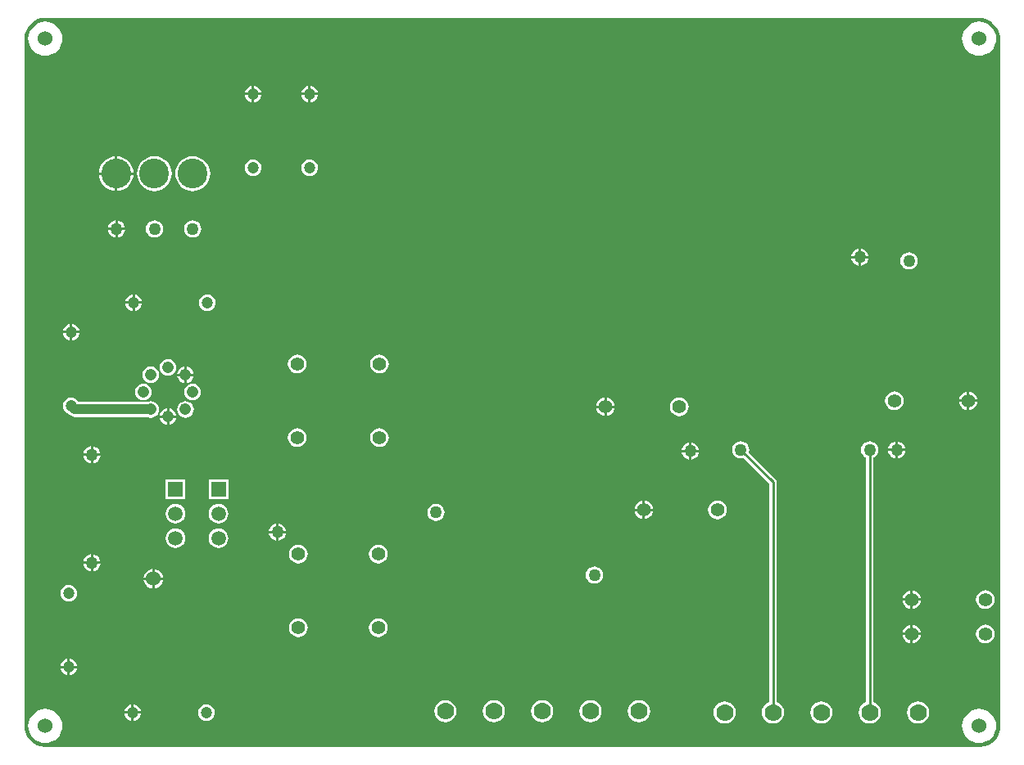
<source format=gbr>
%TF.GenerationSoftware,Altium Limited,Altium Designer,19.1.9 (167)*%
G04 Layer_Physical_Order=2*
G04 Layer_Color=16711680*
%FSLAX26Y26*%
%MOIN*%
%TF.FileFunction,Copper,L2,Bot,Signal*%
%TF.Part,Single*%
G01*
G75*
%TA.AperFunction,Conductor*%
%ADD10C,0.010000*%
%ADD22C,0.040000*%
%TA.AperFunction,ComponentPad*%
%ADD25C,0.121260*%
%ADD26C,0.055118*%
%TA.AperFunction,ViaPad*%
%ADD27C,0.060000*%
%TA.AperFunction,ComponentPad*%
%ADD28R,0.059055X0.059055*%
%ADD29C,0.059055*%
%ADD30C,0.047244*%
%ADD31C,0.070000*%
%ADD32C,0.047560*%
%TA.AperFunction,WasherPad*%
%ADD33C,0.060000*%
%TA.AperFunction,ViaPad*%
%ADD34C,0.050000*%
G36*
X3915892Y2983327D02*
X3931174Y2978691D01*
X3944759Y2971430D01*
X3947583Y2969255D01*
X3954127Y2963885D01*
X3965700Y2952262D01*
X3974710Y2940459D01*
X3979495Y2931506D01*
X3983489Y2918339D01*
X3984364Y2909456D01*
X3984706Y2904645D01*
X3984706Y2900000D01*
X3984706Y2899703D01*
Y95297D01*
X3984706Y95000D01*
X3984706Y90355D01*
X3984364Y85544D01*
X3983489Y76661D01*
X3979495Y63493D01*
X3973008Y51358D01*
X3964562Y41066D01*
X3964186Y40814D01*
X3963777Y40203D01*
X3951101Y29800D01*
X3936000Y21728D01*
X3919614Y16758D01*
X3907416Y15556D01*
X3902574Y15294D01*
X3897632Y15294D01*
X100000D01*
X99318Y15158D01*
X83435Y16723D01*
X67507Y21554D01*
X57224Y27051D01*
X47493Y34517D01*
X34516Y47494D01*
X27051Y57223D01*
X21554Y67507D01*
X16723Y83435D01*
X15572Y95115D01*
X15294Y100000D01*
X15294D01*
Y2900000D01*
X15169Y2900626D01*
X16673Y2915892D01*
X21308Y2931174D01*
X28570Y2944758D01*
X30623Y2947434D01*
X36025Y2954016D01*
X47492Y2965484D01*
X59457Y2974665D01*
X68493Y2979495D01*
X81661Y2983489D01*
X90544Y2984364D01*
X95355Y2984706D01*
X100000Y2984706D01*
X100297Y2984706D01*
X3900000D01*
X3900626Y2984831D01*
X3915892Y2983327D01*
D02*
G37*
%LPC*%
G36*
X3900000Y2969389D02*
X3886463Y2968056D01*
X3873446Y2964107D01*
X3861449Y2957695D01*
X3850934Y2949066D01*
X3842305Y2938551D01*
X3835893Y2926554D01*
X3831944Y2913537D01*
X3830611Y2900000D01*
X3831944Y2886463D01*
X3835893Y2873446D01*
X3842305Y2861449D01*
X3850934Y2850934D01*
X3861449Y2842305D01*
X3873446Y2835893D01*
X3886463Y2831944D01*
X3900000Y2830611D01*
X3913537Y2831944D01*
X3926554Y2835893D01*
X3938551Y2842305D01*
X3949066Y2850934D01*
X3957695Y2861449D01*
X3964107Y2873446D01*
X3968056Y2886463D01*
X3969389Y2900000D01*
X3968056Y2913537D01*
X3964107Y2926554D01*
X3957695Y2938551D01*
X3949066Y2949066D01*
X3938551Y2957695D01*
X3926554Y2964107D01*
X3913537Y2968056D01*
X3900000Y2969389D01*
D02*
G37*
G36*
X100000D02*
X86463Y2968056D01*
X73446Y2964107D01*
X61449Y2957695D01*
X50934Y2949066D01*
X42305Y2938551D01*
X35893Y2926554D01*
X31944Y2913537D01*
X30611Y2900000D01*
X31944Y2886463D01*
X35893Y2873446D01*
X42305Y2861449D01*
X50934Y2850934D01*
X61449Y2842305D01*
X73446Y2835893D01*
X86463Y2831944D01*
X100000Y2830611D01*
X113537Y2831944D01*
X126554Y2835893D01*
X138551Y2842305D01*
X149066Y2850934D01*
X157695Y2861449D01*
X164107Y2873446D01*
X168056Y2886463D01*
X169389Y2900000D01*
X168056Y2913537D01*
X164107Y2926554D01*
X157695Y2938551D01*
X149066Y2949066D01*
X138551Y2957695D01*
X126554Y2964107D01*
X113537Y2968056D01*
X100000Y2969389D01*
D02*
G37*
G36*
X1180000Y2708254D02*
Y2680000D01*
X1208254D01*
X1207757Y2683777D01*
X1204369Y2691956D01*
X1198979Y2698979D01*
X1191956Y2704369D01*
X1183777Y2707757D01*
X1180000Y2708254D01*
D02*
G37*
G36*
X950000D02*
Y2680000D01*
X978254D01*
X977757Y2683777D01*
X974369Y2691956D01*
X968980Y2698979D01*
X961956Y2704369D01*
X953777Y2707757D01*
X950000Y2708254D01*
D02*
G37*
G36*
X1170000D02*
X1166223Y2707757D01*
X1158044Y2704369D01*
X1151021Y2698979D01*
X1145631Y2691956D01*
X1142243Y2683777D01*
X1141746Y2680000D01*
X1170000D01*
Y2708254D01*
D02*
G37*
G36*
X940000D02*
X936223Y2707757D01*
X928044Y2704369D01*
X921020Y2698979D01*
X915631Y2691956D01*
X912243Y2683777D01*
X911746Y2680000D01*
X940000D01*
Y2708254D01*
D02*
G37*
G36*
X1208254Y2670000D02*
X1180000D01*
Y2641746D01*
X1183777Y2642243D01*
X1191956Y2645631D01*
X1198979Y2651021D01*
X1204369Y2658044D01*
X1207757Y2666223D01*
X1208254Y2670000D01*
D02*
G37*
G36*
X978254D02*
X950000D01*
Y2641746D01*
X953777Y2642243D01*
X961956Y2645631D01*
X968980Y2651021D01*
X974369Y2658044D01*
X977757Y2666223D01*
X978254Y2670000D01*
D02*
G37*
G36*
X1170000D02*
X1141746D01*
X1142243Y2666223D01*
X1145631Y2658044D01*
X1151021Y2651021D01*
X1158044Y2645631D01*
X1166223Y2642243D01*
X1170000Y2641746D01*
Y2670000D01*
D02*
G37*
G36*
X940000D02*
X911746D01*
X912243Y2666223D01*
X915631Y2658044D01*
X921020Y2651021D01*
X928044Y2645631D01*
X936223Y2642243D01*
X940000Y2641746D01*
Y2670000D01*
D02*
G37*
G36*
X393189Y2420479D02*
Y2355000D01*
X458668D01*
X457797Y2363846D01*
X453758Y2377160D01*
X447200Y2389430D01*
X438373Y2400184D01*
X427619Y2409011D01*
X415349Y2415569D01*
X402035Y2419608D01*
X393189Y2420479D01*
D02*
G37*
G36*
X383189D02*
X374343Y2419608D01*
X361029Y2415569D01*
X348759Y2409011D01*
X338005Y2400184D01*
X329178Y2389430D01*
X322620Y2377160D01*
X318581Y2363846D01*
X317710Y2355000D01*
X383189D01*
Y2420479D01*
D02*
G37*
G36*
X1175000Y2408912D02*
X1166223Y2407757D01*
X1158044Y2404369D01*
X1151021Y2398979D01*
X1145631Y2391956D01*
X1142243Y2383777D01*
X1141088Y2375000D01*
X1142243Y2366223D01*
X1145631Y2358044D01*
X1151021Y2351021D01*
X1158044Y2345631D01*
X1166223Y2342243D01*
X1175000Y2341088D01*
X1183777Y2342243D01*
X1191956Y2345631D01*
X1198979Y2351021D01*
X1204369Y2358044D01*
X1207757Y2366223D01*
X1208912Y2375000D01*
X1207757Y2383777D01*
X1204369Y2391956D01*
X1198979Y2398979D01*
X1191956Y2404369D01*
X1183777Y2407757D01*
X1175000Y2408912D01*
D02*
G37*
G36*
X945000D02*
X936223Y2407757D01*
X928044Y2404369D01*
X921020Y2398979D01*
X915631Y2391956D01*
X912243Y2383777D01*
X911088Y2375000D01*
X912243Y2366223D01*
X915631Y2358044D01*
X921020Y2351021D01*
X928044Y2345631D01*
X936223Y2342243D01*
X945000Y2341088D01*
X953777Y2342243D01*
X961956Y2345631D01*
X968980Y2351021D01*
X974369Y2358044D01*
X977757Y2366223D01*
X978912Y2375000D01*
X977757Y2383777D01*
X974369Y2391956D01*
X968980Y2398979D01*
X961956Y2404369D01*
X953777Y2407757D01*
X945000Y2408912D01*
D02*
G37*
G36*
X458668Y2345000D02*
X393189D01*
Y2279521D01*
X402035Y2280392D01*
X415349Y2284431D01*
X427619Y2290989D01*
X438373Y2299816D01*
X447200Y2310570D01*
X453758Y2322840D01*
X457797Y2336154D01*
X458668Y2345000D01*
D02*
G37*
G36*
X383189D02*
X317710D01*
X318581Y2336154D01*
X322620Y2322840D01*
X329178Y2310570D01*
X338005Y2299816D01*
X348759Y2290989D01*
X361029Y2284431D01*
X374343Y2280392D01*
X383189Y2279521D01*
Y2345000D01*
D02*
G37*
G36*
X700000Y2420972D02*
X686154Y2419608D01*
X672840Y2415569D01*
X660570Y2409011D01*
X649816Y2400184D01*
X640989Y2389430D01*
X634431Y2377160D01*
X630392Y2363846D01*
X629028Y2350000D01*
X630392Y2336154D01*
X634431Y2322840D01*
X640989Y2310570D01*
X649816Y2299816D01*
X660570Y2290989D01*
X672840Y2284431D01*
X686154Y2280392D01*
X700000Y2279028D01*
X713846Y2280392D01*
X727160Y2284431D01*
X739430Y2290989D01*
X750184Y2299816D01*
X759011Y2310570D01*
X765569Y2322840D01*
X769608Y2336154D01*
X770972Y2350000D01*
X769608Y2363846D01*
X765569Y2377160D01*
X759011Y2389430D01*
X750184Y2400184D01*
X739430Y2409011D01*
X727160Y2415569D01*
X713846Y2419608D01*
X700000Y2420972D01*
D02*
G37*
G36*
X544095D02*
X530249Y2419608D01*
X516935Y2415569D01*
X504665Y2409011D01*
X493910Y2400184D01*
X485084Y2389430D01*
X478525Y2377160D01*
X474487Y2363846D01*
X473123Y2350000D01*
X474487Y2336154D01*
X478525Y2322840D01*
X485084Y2310570D01*
X493910Y2299816D01*
X504665Y2290989D01*
X516935Y2284431D01*
X530249Y2280392D01*
X544095Y2279028D01*
X557940Y2280392D01*
X571254Y2284431D01*
X583524Y2290989D01*
X594279Y2299816D01*
X603105Y2310570D01*
X609664Y2322840D01*
X613702Y2336154D01*
X615066Y2350000D01*
X613702Y2363846D01*
X609664Y2377160D01*
X603105Y2389430D01*
X594279Y2400184D01*
X583524Y2409011D01*
X571254Y2415569D01*
X557940Y2419608D01*
X544095Y2420972D01*
D02*
G37*
G36*
X395000Y2159644D02*
Y2130000D01*
X424644D01*
X424099Y2134137D01*
X420572Y2142651D01*
X414962Y2149962D01*
X407651Y2155572D01*
X399137Y2159099D01*
X395000Y2159644D01*
D02*
G37*
G36*
X385000D02*
X380863Y2159099D01*
X372349Y2155572D01*
X365038Y2149962D01*
X359428Y2142651D01*
X355901Y2134137D01*
X355356Y2130000D01*
X385000D01*
Y2159644D01*
D02*
G37*
G36*
X424644Y2120000D02*
X395000D01*
Y2090356D01*
X399137Y2090901D01*
X407651Y2094428D01*
X414962Y2100038D01*
X420572Y2107349D01*
X424099Y2115863D01*
X424644Y2120000D01*
D02*
G37*
G36*
X385000D02*
X355356D01*
X355901Y2115863D01*
X359428Y2107349D01*
X365038Y2100038D01*
X372349Y2094428D01*
X380863Y2090901D01*
X385000Y2090356D01*
Y2120000D01*
D02*
G37*
G36*
X700000Y2160302D02*
X690863Y2159099D01*
X682349Y2155572D01*
X675038Y2149962D01*
X669428Y2142651D01*
X665901Y2134137D01*
X664698Y2125000D01*
X665901Y2115863D01*
X669428Y2107349D01*
X675038Y2100038D01*
X682349Y2094428D01*
X690863Y2090901D01*
X700000Y2089698D01*
X709137Y2090901D01*
X717651Y2094428D01*
X724962Y2100038D01*
X730572Y2107349D01*
X734099Y2115863D01*
X735302Y2125000D01*
X734099Y2134137D01*
X730572Y2142651D01*
X724962Y2149962D01*
X717651Y2155572D01*
X709137Y2159099D01*
X700000Y2160302D01*
D02*
G37*
G36*
X545000D02*
X535863Y2159099D01*
X527349Y2155572D01*
X520038Y2149962D01*
X514428Y2142651D01*
X510901Y2134137D01*
X509698Y2125000D01*
X510901Y2115863D01*
X514428Y2107349D01*
X520038Y2100038D01*
X527349Y2094428D01*
X535863Y2090901D01*
X545000Y2089698D01*
X554137Y2090901D01*
X562651Y2094428D01*
X569962Y2100038D01*
X575572Y2107349D01*
X579099Y2115863D01*
X580302Y2125000D01*
X579099Y2134137D01*
X575572Y2142651D01*
X569962Y2149962D01*
X562651Y2155572D01*
X554137Y2159099D01*
X545000Y2160302D01*
D02*
G37*
G36*
X3420000Y2044644D02*
Y2015000D01*
X3449644D01*
X3449099Y2019137D01*
X3445572Y2027651D01*
X3439962Y2034962D01*
X3432651Y2040572D01*
X3424137Y2044099D01*
X3420000Y2044644D01*
D02*
G37*
G36*
X3410000D02*
X3405863Y2044099D01*
X3397349Y2040572D01*
X3390038Y2034962D01*
X3384428Y2027651D01*
X3380901Y2019137D01*
X3380356Y2015000D01*
X3410000D01*
Y2044644D01*
D02*
G37*
G36*
X3449644Y2005000D02*
X3420000D01*
Y1975356D01*
X3424137Y1975901D01*
X3432651Y1979428D01*
X3439962Y1985038D01*
X3445572Y1992349D01*
X3449099Y2000863D01*
X3449644Y2005000D01*
D02*
G37*
G36*
X3410000D02*
X3380356D01*
X3380901Y2000863D01*
X3384428Y1992349D01*
X3390038Y1985038D01*
X3397349Y1979428D01*
X3405863Y1975901D01*
X3410000Y1975356D01*
Y2005000D01*
D02*
G37*
G36*
X3615000Y2030302D02*
X3605863Y2029099D01*
X3597349Y2025572D01*
X3590038Y2019962D01*
X3584428Y2012651D01*
X3580901Y2004137D01*
X3579698Y1995000D01*
X3580901Y1985863D01*
X3584428Y1977349D01*
X3590038Y1970038D01*
X3597349Y1964428D01*
X3605863Y1960901D01*
X3615000Y1959698D01*
X3624137Y1960901D01*
X3632651Y1964428D01*
X3639962Y1970038D01*
X3645572Y1977349D01*
X3649099Y1985863D01*
X3650302Y1995000D01*
X3649099Y2004137D01*
X3645572Y2012651D01*
X3639962Y2019962D01*
X3632651Y2025572D01*
X3624137Y2029099D01*
X3615000Y2030302D01*
D02*
G37*
G36*
X465000Y1858254D02*
Y1830000D01*
X493254D01*
X492757Y1833777D01*
X489369Y1841956D01*
X483979Y1848979D01*
X476956Y1854369D01*
X468777Y1857757D01*
X465000Y1858254D01*
D02*
G37*
G36*
X455000D02*
X451223Y1857757D01*
X443044Y1854369D01*
X436021Y1848979D01*
X430631Y1841956D01*
X427243Y1833777D01*
X426746Y1830000D01*
X455000D01*
Y1858254D01*
D02*
G37*
G36*
X493254Y1820000D02*
X465000D01*
Y1791746D01*
X468777Y1792243D01*
X476956Y1795631D01*
X483979Y1801021D01*
X489369Y1808044D01*
X492757Y1816223D01*
X493254Y1820000D01*
D02*
G37*
G36*
X455000D02*
X426746D01*
X427243Y1816223D01*
X430631Y1808044D01*
X436021Y1801021D01*
X443044Y1795631D01*
X451223Y1792243D01*
X455000Y1791746D01*
Y1820000D01*
D02*
G37*
G36*
X760000Y1858912D02*
X751223Y1857757D01*
X743044Y1854369D01*
X736020Y1848979D01*
X730631Y1841956D01*
X727243Y1833777D01*
X726088Y1825000D01*
X727243Y1816223D01*
X730631Y1808044D01*
X736020Y1801021D01*
X743044Y1795631D01*
X751223Y1792243D01*
X760000Y1791088D01*
X768777Y1792243D01*
X776956Y1795631D01*
X783980Y1801021D01*
X789369Y1808044D01*
X792757Y1816223D01*
X793912Y1825000D01*
X792757Y1833777D01*
X789369Y1841956D01*
X783980Y1848979D01*
X776956Y1854369D01*
X768777Y1857757D01*
X760000Y1858912D01*
D02*
G37*
G36*
X210000Y1738254D02*
Y1710000D01*
X238254D01*
X237757Y1713777D01*
X234369Y1721956D01*
X228980Y1728979D01*
X221956Y1734369D01*
X213777Y1737757D01*
X210000Y1738254D01*
D02*
G37*
G36*
X200000D02*
X196223Y1737757D01*
X188044Y1734369D01*
X181020Y1728979D01*
X175631Y1721956D01*
X172243Y1713777D01*
X171746Y1710000D01*
X200000D01*
Y1738254D01*
D02*
G37*
G36*
X238254Y1700000D02*
X210000D01*
Y1671746D01*
X213777Y1672243D01*
X221956Y1675631D01*
X228980Y1681021D01*
X234369Y1688044D01*
X237757Y1696223D01*
X238254Y1700000D01*
D02*
G37*
G36*
X200000D02*
X171746D01*
X172243Y1696223D01*
X175631Y1688044D01*
X181020Y1681021D01*
X188044Y1675631D01*
X196223Y1672243D01*
X200000Y1671746D01*
Y1700000D01*
D02*
G37*
G36*
X1460000Y1612883D02*
X1450195Y1611592D01*
X1441058Y1607808D01*
X1433213Y1601787D01*
X1427192Y1593942D01*
X1423408Y1584805D01*
X1422117Y1575000D01*
X1423408Y1565195D01*
X1427192Y1556058D01*
X1433213Y1548213D01*
X1441058Y1542192D01*
X1450195Y1538408D01*
X1460000Y1537117D01*
X1469805Y1538408D01*
X1478942Y1542192D01*
X1486787Y1548213D01*
X1492808Y1556058D01*
X1496592Y1565195D01*
X1497883Y1575000D01*
X1496592Y1584805D01*
X1492808Y1593942D01*
X1486787Y1601787D01*
X1478942Y1607808D01*
X1469805Y1611592D01*
X1460000Y1612883D01*
D02*
G37*
G36*
X1125000D02*
X1115195Y1611592D01*
X1106058Y1607808D01*
X1098213Y1601787D01*
X1092192Y1593942D01*
X1088408Y1584805D01*
X1087117Y1575000D01*
X1088408Y1565195D01*
X1092192Y1556058D01*
X1098213Y1548213D01*
X1106058Y1542192D01*
X1115195Y1538408D01*
X1125000Y1537117D01*
X1134805Y1538408D01*
X1143942Y1542192D01*
X1151787Y1548213D01*
X1157808Y1556058D01*
X1161592Y1565195D01*
X1162883Y1575000D01*
X1161592Y1584805D01*
X1157808Y1593942D01*
X1151787Y1601787D01*
X1143942Y1607808D01*
X1134805Y1611592D01*
X1125000Y1612883D01*
D02*
G37*
G36*
X675710Y1564123D02*
Y1535710D01*
X704123D01*
X703620Y1539528D01*
X700217Y1547746D01*
X694802Y1554802D01*
X687746Y1560217D01*
X679528Y1563620D01*
X675710Y1564123D01*
D02*
G37*
G36*
X665710D02*
X661892Y1563620D01*
X653674Y1560217D01*
X646618Y1554802D01*
X641203Y1547746D01*
X637799Y1539528D01*
X637297Y1535710D01*
X665710D01*
Y1564123D01*
D02*
G37*
G36*
X600000Y1594072D02*
X591182Y1592910D01*
X582964Y1589507D01*
X575908Y1584092D01*
X570493Y1577036D01*
X567090Y1568818D01*
X565928Y1560000D01*
X567090Y1551182D01*
X570493Y1542964D01*
X575908Y1535908D01*
X582964Y1530493D01*
X591182Y1527090D01*
X600000Y1525928D01*
X608818Y1527090D01*
X617036Y1530493D01*
X624092Y1535908D01*
X629507Y1542964D01*
X632910Y1551182D01*
X634072Y1560000D01*
X632910Y1568818D01*
X629507Y1577036D01*
X624092Y1584092D01*
X617036Y1589507D01*
X608818Y1592910D01*
X600000Y1594072D01*
D02*
G37*
G36*
X704123Y1525710D02*
X675710D01*
Y1497297D01*
X679528Y1497800D01*
X687746Y1501203D01*
X694802Y1506618D01*
X700217Y1513674D01*
X703620Y1521892D01*
X704123Y1525710D01*
D02*
G37*
G36*
X665710D02*
X637297D01*
X637799Y1521892D01*
X641203Y1513674D01*
X646618Y1506618D01*
X653674Y1501203D01*
X661892Y1497800D01*
X665710Y1497297D01*
Y1525710D01*
D02*
G37*
G36*
X529290Y1564782D02*
X520472Y1563620D01*
X512254Y1560217D01*
X505198Y1554802D01*
X499783Y1547746D01*
X496380Y1539528D01*
X495219Y1530710D01*
X496380Y1521892D01*
X499783Y1513674D01*
X505198Y1506618D01*
X512254Y1501203D01*
X520472Y1497800D01*
X529290Y1496639D01*
X538108Y1497800D01*
X546326Y1501203D01*
X553382Y1506618D01*
X558797Y1513674D01*
X562201Y1521892D01*
X563361Y1530710D01*
X562201Y1539528D01*
X558797Y1547746D01*
X553382Y1554802D01*
X546326Y1560217D01*
X538108Y1563620D01*
X529290Y1564782D01*
D02*
G37*
G36*
X3860000Y1462225D02*
Y1430000D01*
X3892225D01*
X3891592Y1434805D01*
X3887808Y1443942D01*
X3881787Y1451787D01*
X3873942Y1457808D01*
X3864805Y1461592D01*
X3860000Y1462225D01*
D02*
G37*
G36*
X3850000D02*
X3845195Y1461592D01*
X3836058Y1457808D01*
X3828213Y1451787D01*
X3822192Y1443942D01*
X3818408Y1434805D01*
X3817775Y1430000D01*
X3850000D01*
Y1462225D01*
D02*
G37*
G36*
X700000Y1494072D02*
X691182Y1492910D01*
X682964Y1489507D01*
X675908Y1484092D01*
X670493Y1477036D01*
X667090Y1468818D01*
X665928Y1460000D01*
X667090Y1451182D01*
X670493Y1442964D01*
X675908Y1435908D01*
X682964Y1430493D01*
X691182Y1427090D01*
X700000Y1425928D01*
X708818Y1427090D01*
X717036Y1430493D01*
X724092Y1435908D01*
X729507Y1442964D01*
X732910Y1451182D01*
X734072Y1460000D01*
X732910Y1468818D01*
X729507Y1477036D01*
X724092Y1484092D01*
X717036Y1489507D01*
X708818Y1492910D01*
X700000Y1494072D01*
D02*
G37*
G36*
X500000D02*
X491182Y1492910D01*
X482964Y1489507D01*
X475908Y1484092D01*
X470493Y1477036D01*
X467089Y1468818D01*
X465928Y1460000D01*
X467089Y1451182D01*
X470493Y1442964D01*
X475908Y1435908D01*
X482964Y1430493D01*
X491182Y1427090D01*
X500000Y1425928D01*
X508818Y1427090D01*
X517036Y1430493D01*
X524092Y1435908D01*
X529507Y1442964D01*
X532910Y1451182D01*
X534072Y1460000D01*
X532910Y1468818D01*
X529507Y1477036D01*
X524092Y1484092D01*
X517036Y1489507D01*
X508818Y1492910D01*
X500000Y1494072D01*
D02*
G37*
G36*
X2385000Y1437225D02*
Y1405000D01*
X2417225D01*
X2416592Y1409805D01*
X2412808Y1418942D01*
X2406787Y1426787D01*
X2398942Y1432808D01*
X2389805Y1436592D01*
X2385000Y1437225D01*
D02*
G37*
G36*
X2375000D02*
X2370195Y1436592D01*
X2361058Y1432808D01*
X2353213Y1426787D01*
X2347192Y1418942D01*
X2343408Y1409805D01*
X2342775Y1405000D01*
X2375000D01*
Y1437225D01*
D02*
G37*
G36*
X3892225Y1420000D02*
X3860000D01*
Y1387775D01*
X3864805Y1388408D01*
X3873942Y1392192D01*
X3881787Y1398213D01*
X3887808Y1406058D01*
X3891592Y1415195D01*
X3892225Y1420000D01*
D02*
G37*
G36*
X3850000D02*
X3817775D01*
X3818408Y1415195D01*
X3822192Y1406058D01*
X3828213Y1398213D01*
X3836058Y1392192D01*
X3845195Y1388408D01*
X3850000Y1387775D01*
Y1420000D01*
D02*
G37*
G36*
X3555000Y1462883D02*
X3545195Y1461592D01*
X3536058Y1457808D01*
X3528213Y1451787D01*
X3522192Y1443942D01*
X3518408Y1434805D01*
X3517117Y1425000D01*
X3518408Y1415195D01*
X3522192Y1406058D01*
X3528213Y1398213D01*
X3536058Y1392192D01*
X3545195Y1388408D01*
X3555000Y1387117D01*
X3564805Y1388408D01*
X3573942Y1392192D01*
X3581787Y1398213D01*
X3587808Y1406058D01*
X3591592Y1415195D01*
X3592883Y1425000D01*
X3591592Y1434805D01*
X3587808Y1443942D01*
X3581787Y1451787D01*
X3573942Y1457808D01*
X3564805Y1461592D01*
X3555000Y1462883D01*
D02*
G37*
G36*
X605000Y1393413D02*
Y1365000D01*
X633413D01*
X632910Y1368818D01*
X629507Y1377036D01*
X624092Y1384092D01*
X617036Y1389507D01*
X608818Y1392910D01*
X605000Y1393413D01*
D02*
G37*
G36*
X595000D02*
X591182Y1392910D01*
X582964Y1389507D01*
X575908Y1384092D01*
X570493Y1377036D01*
X567090Y1368818D01*
X566587Y1365000D01*
X595000D01*
Y1393413D01*
D02*
G37*
G36*
X2417225Y1395000D02*
X2385000D01*
Y1362775D01*
X2389805Y1363408D01*
X2398942Y1367192D01*
X2406787Y1373213D01*
X2412808Y1381058D01*
X2416592Y1390195D01*
X2417225Y1395000D01*
D02*
G37*
G36*
X2375000D02*
X2342775D01*
X2343408Y1390195D01*
X2347192Y1381058D01*
X2353213Y1373213D01*
X2361058Y1367192D01*
X2370195Y1363408D01*
X2375000Y1362775D01*
Y1395000D01*
D02*
G37*
G36*
X2680000Y1437883D02*
X2670195Y1436592D01*
X2661058Y1432808D01*
X2653213Y1426787D01*
X2647192Y1418942D01*
X2643408Y1409805D01*
X2642117Y1400000D01*
X2643408Y1390195D01*
X2647192Y1381058D01*
X2653213Y1373213D01*
X2661058Y1367192D01*
X2670195Y1363408D01*
X2680000Y1362117D01*
X2689805Y1363408D01*
X2698942Y1367192D01*
X2706787Y1373213D01*
X2712808Y1381058D01*
X2716592Y1390195D01*
X2717883Y1400000D01*
X2716592Y1409805D01*
X2712808Y1418942D01*
X2706787Y1426787D01*
X2698942Y1432808D01*
X2689805Y1436592D01*
X2680000Y1437883D01*
D02*
G37*
G36*
X670710Y1423361D02*
X661892Y1422200D01*
X653674Y1418797D01*
X646618Y1413382D01*
X641203Y1406326D01*
X637799Y1398108D01*
X636639Y1389290D01*
X637799Y1380472D01*
X641203Y1372254D01*
X646618Y1365198D01*
X653674Y1359783D01*
X661892Y1356380D01*
X670710Y1355218D01*
X679528Y1356380D01*
X687746Y1359783D01*
X694802Y1365198D01*
X700217Y1372254D01*
X703620Y1380472D01*
X704782Y1389290D01*
X703620Y1398108D01*
X700217Y1406326D01*
X694802Y1413382D01*
X687746Y1418797D01*
X679528Y1422200D01*
X670710Y1423361D01*
D02*
G37*
G36*
X205000Y1438912D02*
X196223Y1437757D01*
X188044Y1434369D01*
X181020Y1428979D01*
X175631Y1421956D01*
X172243Y1413777D01*
X171088Y1405000D01*
X172243Y1396223D01*
X175631Y1388044D01*
X181020Y1381021D01*
X188044Y1375631D01*
X194074Y1373134D01*
X199314Y1367894D01*
X205581Y1363085D01*
X212878Y1360062D01*
X220710Y1359031D01*
X514070D01*
X520472Y1356380D01*
X529290Y1355218D01*
X538108Y1356380D01*
X546326Y1359783D01*
X553382Y1365198D01*
X558797Y1372254D01*
X562201Y1380472D01*
X563361Y1389290D01*
X562201Y1398108D01*
X558797Y1406326D01*
X553382Y1413382D01*
X546326Y1418797D01*
X538108Y1422200D01*
X529290Y1423361D01*
X520472Y1422200D01*
X514070Y1419549D01*
X235366D01*
X234369Y1421956D01*
X228980Y1428979D01*
X221956Y1434369D01*
X213777Y1437757D01*
X205000Y1438912D01*
D02*
G37*
G36*
X633413Y1355000D02*
X605000D01*
Y1326587D01*
X608818Y1327090D01*
X617036Y1330493D01*
X624092Y1335908D01*
X629507Y1342964D01*
X632910Y1351182D01*
X633413Y1355000D01*
D02*
G37*
G36*
X595000D02*
X566587D01*
X567090Y1351182D01*
X570493Y1342964D01*
X575908Y1335908D01*
X582964Y1330493D01*
X591182Y1327090D01*
X595000Y1326587D01*
Y1355000D01*
D02*
G37*
G36*
X1460000Y1312883D02*
X1450195Y1311592D01*
X1441058Y1307808D01*
X1433213Y1301787D01*
X1427192Y1293942D01*
X1423408Y1284805D01*
X1422117Y1275000D01*
X1423408Y1265195D01*
X1427192Y1256058D01*
X1433213Y1248213D01*
X1441058Y1242192D01*
X1450195Y1238408D01*
X1460000Y1237117D01*
X1469805Y1238408D01*
X1478942Y1242192D01*
X1486787Y1248213D01*
X1492808Y1256058D01*
X1496592Y1265195D01*
X1497883Y1275000D01*
X1496592Y1284805D01*
X1492808Y1293942D01*
X1486787Y1301787D01*
X1478942Y1307808D01*
X1469805Y1311592D01*
X1460000Y1312883D01*
D02*
G37*
G36*
X1125000D02*
X1115195Y1311592D01*
X1106058Y1307808D01*
X1098213Y1301787D01*
X1092192Y1293942D01*
X1088408Y1284805D01*
X1087117Y1275000D01*
X1088408Y1265195D01*
X1092192Y1256058D01*
X1098213Y1248213D01*
X1106058Y1242192D01*
X1115195Y1238408D01*
X1125000Y1237117D01*
X1134805Y1238408D01*
X1143942Y1242192D01*
X1151787Y1248213D01*
X1157808Y1256058D01*
X1161592Y1265195D01*
X1162883Y1275000D01*
X1161592Y1284805D01*
X1157808Y1293942D01*
X1151787Y1301787D01*
X1143942Y1307808D01*
X1134805Y1311592D01*
X1125000Y1312883D01*
D02*
G37*
G36*
X3570000Y1259644D02*
Y1230000D01*
X3599644D01*
X3599099Y1234137D01*
X3595572Y1242651D01*
X3589962Y1249962D01*
X3582651Y1255572D01*
X3574137Y1259099D01*
X3570000Y1259644D01*
D02*
G37*
G36*
X3560000D02*
X3555863Y1259099D01*
X3547349Y1255572D01*
X3540038Y1249962D01*
X3534428Y1242651D01*
X3530901Y1234137D01*
X3530356Y1230000D01*
X3560000D01*
Y1259644D01*
D02*
G37*
G36*
X2730000Y1254644D02*
Y1225000D01*
X2759644D01*
X2759099Y1229137D01*
X2755572Y1237651D01*
X2749962Y1244962D01*
X2742651Y1250572D01*
X2734137Y1254099D01*
X2730000Y1254644D01*
D02*
G37*
G36*
X2720000D02*
X2715863Y1254099D01*
X2707349Y1250572D01*
X2700038Y1244962D01*
X2694428Y1237651D01*
X2690901Y1229137D01*
X2690356Y1225000D01*
X2720000D01*
Y1254644D01*
D02*
G37*
G36*
X295000Y1239644D02*
Y1210000D01*
X324644D01*
X324099Y1214137D01*
X320572Y1222651D01*
X314962Y1229962D01*
X307651Y1235572D01*
X299137Y1239099D01*
X295000Y1239644D01*
D02*
G37*
G36*
X285000D02*
X280863Y1239099D01*
X272349Y1235572D01*
X265038Y1229962D01*
X259428Y1222651D01*
X255901Y1214137D01*
X255356Y1210000D01*
X285000D01*
Y1239644D01*
D02*
G37*
G36*
X3599644Y1220000D02*
X3570000D01*
Y1190356D01*
X3574137Y1190901D01*
X3582651Y1194428D01*
X3589962Y1200038D01*
X3595572Y1207349D01*
X3599099Y1215863D01*
X3599644Y1220000D01*
D02*
G37*
G36*
X3560000D02*
X3530356D01*
X3530901Y1215863D01*
X3534428Y1207349D01*
X3540038Y1200038D01*
X3547349Y1194428D01*
X3555863Y1190901D01*
X3560000Y1190356D01*
Y1220000D01*
D02*
G37*
G36*
X2759644Y1215000D02*
X2730000D01*
Y1185356D01*
X2734137Y1185901D01*
X2742651Y1189428D01*
X2749962Y1195038D01*
X2755572Y1202349D01*
X2759099Y1210863D01*
X2759644Y1215000D01*
D02*
G37*
G36*
X2720000D02*
X2690356D01*
X2690901Y1210863D01*
X2694428Y1202349D01*
X2700038Y1195038D01*
X2707349Y1189428D01*
X2715863Y1185901D01*
X2720000Y1185356D01*
Y1215000D01*
D02*
G37*
G36*
X324644Y1200000D02*
X295000D01*
Y1170356D01*
X299137Y1170901D01*
X307651Y1174428D01*
X314962Y1180038D01*
X320572Y1187349D01*
X324099Y1195863D01*
X324644Y1200000D01*
D02*
G37*
G36*
X285000D02*
X255356D01*
X255901Y1195863D01*
X259428Y1187349D01*
X265038Y1180038D01*
X272349Y1174428D01*
X280863Y1170901D01*
X285000Y1170356D01*
Y1200000D01*
D02*
G37*
G36*
X844528Y1104527D02*
X765472D01*
Y1025473D01*
X844528D01*
Y1104527D01*
D02*
G37*
G36*
X669528D02*
X590472D01*
Y1025473D01*
X669528D01*
Y1104527D01*
D02*
G37*
G36*
X2540000Y1017225D02*
Y985000D01*
X2572225D01*
X2571592Y989805D01*
X2567808Y998942D01*
X2561787Y1006787D01*
X2553942Y1012808D01*
X2544805Y1016592D01*
X2540000Y1017225D01*
D02*
G37*
G36*
X2530000D02*
X2525195Y1016592D01*
X2516058Y1012808D01*
X2508213Y1006787D01*
X2502192Y998942D01*
X2498408Y989805D01*
X2497775Y985000D01*
X2530000D01*
Y1017225D01*
D02*
G37*
G36*
X2572225Y975000D02*
X2540000D01*
Y942775D01*
X2544805Y943408D01*
X2553942Y947192D01*
X2561787Y953213D01*
X2567808Y961058D01*
X2571592Y970195D01*
X2572225Y975000D01*
D02*
G37*
G36*
X2530000D02*
X2497775D01*
X2498408Y970195D01*
X2502192Y961058D01*
X2508213Y953213D01*
X2516058Y947192D01*
X2525195Y943408D01*
X2530000Y942775D01*
Y975000D01*
D02*
G37*
G36*
X2835000Y1017883D02*
X2825195Y1016592D01*
X2816058Y1012808D01*
X2808213Y1006787D01*
X2802192Y998942D01*
X2798408Y989805D01*
X2797117Y980000D01*
X2798408Y970195D01*
X2802192Y961058D01*
X2808213Y953213D01*
X2816058Y947192D01*
X2825195Y943408D01*
X2835000Y942117D01*
X2844805Y943408D01*
X2853942Y947192D01*
X2861787Y953213D01*
X2867808Y961058D01*
X2871592Y970195D01*
X2872883Y980000D01*
X2871592Y989805D01*
X2867808Y998942D01*
X2861787Y1006787D01*
X2853942Y1012808D01*
X2844805Y1016592D01*
X2835000Y1017883D01*
D02*
G37*
G36*
X1690000Y1005302D02*
X1680863Y1004099D01*
X1672349Y1000572D01*
X1665038Y994962D01*
X1659428Y987651D01*
X1655901Y979137D01*
X1654698Y970000D01*
X1655901Y960863D01*
X1659428Y952349D01*
X1665038Y945038D01*
X1672349Y939428D01*
X1680863Y935901D01*
X1690000Y934698D01*
X1699137Y935901D01*
X1707651Y939428D01*
X1714962Y945038D01*
X1720572Y952349D01*
X1724099Y960863D01*
X1725302Y970000D01*
X1724099Y979137D01*
X1720572Y987651D01*
X1714962Y994962D01*
X1707651Y1000572D01*
X1699137Y1004099D01*
X1690000Y1005302D01*
D02*
G37*
G36*
X805000Y1004869D02*
X794681Y1003510D01*
X785066Y999527D01*
X776809Y993191D01*
X770473Y984934D01*
X766490Y975319D01*
X765131Y965000D01*
X766490Y954681D01*
X770473Y945066D01*
X776809Y936809D01*
X785066Y930473D01*
X794681Y926490D01*
X805000Y925131D01*
X815319Y926490D01*
X824934Y930473D01*
X833191Y936809D01*
X839527Y945066D01*
X843510Y954681D01*
X844869Y965000D01*
X843510Y975319D01*
X839527Y984934D01*
X833191Y993191D01*
X824934Y999527D01*
X815319Y1003510D01*
X805000Y1004869D01*
D02*
G37*
G36*
X630000D02*
X619681Y1003510D01*
X610066Y999527D01*
X601809Y993191D01*
X595473Y984934D01*
X591490Y975319D01*
X590131Y965000D01*
X591490Y954681D01*
X595473Y945066D01*
X601809Y936809D01*
X610066Y930473D01*
X619681Y926490D01*
X630000Y925131D01*
X640319Y926490D01*
X649934Y930473D01*
X658191Y936809D01*
X664527Y945066D01*
X668510Y954681D01*
X669869Y965000D01*
X668510Y975319D01*
X664527Y984934D01*
X658191Y993191D01*
X649934Y999527D01*
X640319Y1003510D01*
X630000Y1004869D01*
D02*
G37*
G36*
X1050000Y924644D02*
Y895000D01*
X1079644D01*
X1079099Y899137D01*
X1075572Y907651D01*
X1069962Y914962D01*
X1062651Y920572D01*
X1054137Y924099D01*
X1050000Y924644D01*
D02*
G37*
G36*
X1040000D02*
X1035863Y924099D01*
X1027349Y920572D01*
X1020038Y914962D01*
X1014428Y907651D01*
X1010901Y899137D01*
X1010356Y895000D01*
X1040000D01*
Y924644D01*
D02*
G37*
G36*
X1079644Y885000D02*
X1050000D01*
Y855356D01*
X1054137Y855901D01*
X1062651Y859428D01*
X1069962Y865038D01*
X1075572Y872349D01*
X1079099Y880863D01*
X1079644Y885000D01*
D02*
G37*
G36*
X1040000D02*
X1010356D01*
X1010901Y880863D01*
X1014428Y872349D01*
X1020038Y865038D01*
X1027349Y859428D01*
X1035863Y855901D01*
X1040000Y855356D01*
Y885000D01*
D02*
G37*
G36*
X805000Y904869D02*
X794681Y903510D01*
X785066Y899527D01*
X776809Y893191D01*
X770473Y884934D01*
X766490Y875319D01*
X765131Y865000D01*
X766490Y854681D01*
X770473Y845066D01*
X776809Y836809D01*
X785066Y830473D01*
X794681Y826490D01*
X805000Y825131D01*
X815319Y826490D01*
X824934Y830473D01*
X833191Y836809D01*
X839527Y845066D01*
X843510Y854681D01*
X844869Y865000D01*
X843510Y875319D01*
X839527Y884934D01*
X833191Y893191D01*
X824934Y899527D01*
X815319Y903510D01*
X805000Y904869D01*
D02*
G37*
G36*
X630000D02*
X619681Y903510D01*
X610066Y899527D01*
X601809Y893191D01*
X595473Y884934D01*
X591490Y875319D01*
X590131Y865000D01*
X591490Y854681D01*
X595473Y845066D01*
X601809Y836809D01*
X610066Y830473D01*
X619681Y826490D01*
X630000Y825131D01*
X640319Y826490D01*
X649934Y830473D01*
X658191Y836809D01*
X664527Y845066D01*
X668510Y854681D01*
X669869Y865000D01*
X668510Y875319D01*
X664527Y884934D01*
X658191Y893191D01*
X649934Y899527D01*
X640319Y903510D01*
X630000Y904869D01*
D02*
G37*
G36*
X295000Y799644D02*
Y770000D01*
X324644D01*
X324099Y774137D01*
X320572Y782651D01*
X314962Y789962D01*
X307651Y795572D01*
X299137Y799099D01*
X295000Y799644D01*
D02*
G37*
G36*
X285000D02*
X280863Y799099D01*
X272349Y795572D01*
X265038Y789962D01*
X259428Y782651D01*
X255901Y774137D01*
X255356Y770000D01*
X285000D01*
Y799644D01*
D02*
G37*
G36*
X1455000Y837883D02*
X1445195Y836592D01*
X1436058Y832808D01*
X1428213Y826787D01*
X1422192Y818942D01*
X1418408Y809805D01*
X1417117Y800000D01*
X1418408Y790195D01*
X1422192Y781058D01*
X1428213Y773213D01*
X1436058Y767192D01*
X1445195Y763408D01*
X1455000Y762117D01*
X1464805Y763408D01*
X1473942Y767192D01*
X1481787Y773213D01*
X1487808Y781058D01*
X1491592Y790195D01*
X1492883Y800000D01*
X1491592Y809805D01*
X1487808Y818942D01*
X1481787Y826787D01*
X1473942Y832808D01*
X1464805Y836592D01*
X1455000Y837883D01*
D02*
G37*
G36*
X1130000D02*
X1120195Y836592D01*
X1111058Y832808D01*
X1103213Y826787D01*
X1097192Y818942D01*
X1093408Y809805D01*
X1092117Y800000D01*
X1093408Y790195D01*
X1097192Y781058D01*
X1103213Y773213D01*
X1111058Y767192D01*
X1120195Y763408D01*
X1130000Y762117D01*
X1139805Y763408D01*
X1148942Y767192D01*
X1156787Y773213D01*
X1162808Y781058D01*
X1166592Y790195D01*
X1167883Y800000D01*
X1166592Y809805D01*
X1162808Y818942D01*
X1156787Y826787D01*
X1148942Y832808D01*
X1139805Y836592D01*
X1130000Y837883D01*
D02*
G37*
G36*
X324644Y760000D02*
X295000D01*
Y730356D01*
X299137Y730901D01*
X307651Y734428D01*
X314962Y740038D01*
X320572Y747349D01*
X324099Y755863D01*
X324644Y760000D01*
D02*
G37*
G36*
X285000D02*
X255356D01*
X255901Y755863D01*
X259428Y747349D01*
X265038Y740038D01*
X272349Y734428D01*
X280863Y730901D01*
X285000Y730356D01*
Y760000D01*
D02*
G37*
G36*
X545000Y739687D02*
Y705000D01*
X579687D01*
X578971Y710442D01*
X574940Y720173D01*
X568528Y728528D01*
X560173Y734940D01*
X550442Y738971D01*
X545000Y739687D01*
D02*
G37*
G36*
X535000D02*
X529558Y738971D01*
X519827Y734940D01*
X511472Y728528D01*
X505060Y720173D01*
X501029Y710442D01*
X500313Y705000D01*
X535000D01*
Y739687D01*
D02*
G37*
G36*
X2335000Y750302D02*
X2325863Y749099D01*
X2317349Y745572D01*
X2310038Y739962D01*
X2304428Y732651D01*
X2300901Y724137D01*
X2299698Y715000D01*
X2300901Y705863D01*
X2304428Y697349D01*
X2310038Y690038D01*
X2317349Y684428D01*
X2325863Y680901D01*
X2335000Y679698D01*
X2344137Y680901D01*
X2352651Y684428D01*
X2359962Y690038D01*
X2365572Y697349D01*
X2369099Y705863D01*
X2370302Y715000D01*
X2369099Y724137D01*
X2365572Y732651D01*
X2359962Y739962D01*
X2352651Y745572D01*
X2344137Y749099D01*
X2335000Y750302D01*
D02*
G37*
G36*
X579687Y695000D02*
X545000D01*
Y660313D01*
X550442Y661029D01*
X560173Y665060D01*
X568528Y671472D01*
X574940Y679827D01*
X578971Y689558D01*
X579687Y695000D01*
D02*
G37*
G36*
X535000D02*
X500313D01*
X501029Y689558D01*
X505060Y679827D01*
X511472Y671472D01*
X519827Y665060D01*
X529558Y661029D01*
X535000Y660313D01*
Y695000D01*
D02*
G37*
G36*
X3630000Y652225D02*
Y620000D01*
X3662225D01*
X3661592Y624805D01*
X3657808Y633942D01*
X3651787Y641787D01*
X3643942Y647808D01*
X3634805Y651592D01*
X3630000Y652225D01*
D02*
G37*
G36*
X3620000D02*
X3615195Y651592D01*
X3606058Y647808D01*
X3598213Y641787D01*
X3592192Y633942D01*
X3588408Y624805D01*
X3587775Y620000D01*
X3620000D01*
Y652225D01*
D02*
G37*
G36*
X195000Y673912D02*
X186223Y672757D01*
X178044Y669369D01*
X171020Y663980D01*
X165631Y656956D01*
X162243Y648777D01*
X161088Y640000D01*
X162243Y631223D01*
X165631Y623044D01*
X171020Y616020D01*
X178044Y610631D01*
X186223Y607243D01*
X195000Y606088D01*
X203777Y607243D01*
X211956Y610631D01*
X218980Y616020D01*
X224369Y623044D01*
X227757Y631223D01*
X228912Y640000D01*
X227757Y648777D01*
X224369Y656956D01*
X218980Y663980D01*
X211956Y669369D01*
X203777Y672757D01*
X195000Y673912D01*
D02*
G37*
G36*
X3662225Y610000D02*
X3630000D01*
Y577775D01*
X3634805Y578408D01*
X3643942Y582192D01*
X3651787Y588213D01*
X3657808Y596058D01*
X3661592Y605195D01*
X3662225Y610000D01*
D02*
G37*
G36*
X3620000D02*
X3587775D01*
X3588408Y605195D01*
X3592192Y596058D01*
X3598213Y588213D01*
X3606058Y582192D01*
X3615195Y578408D01*
X3620000Y577775D01*
Y610000D01*
D02*
G37*
G36*
X3925000Y652883D02*
X3915195Y651592D01*
X3906058Y647808D01*
X3898213Y641787D01*
X3892192Y633942D01*
X3888408Y624805D01*
X3887117Y615000D01*
X3888408Y605195D01*
X3892192Y596058D01*
X3898213Y588213D01*
X3906058Y582192D01*
X3915195Y578408D01*
X3925000Y577117D01*
X3934805Y578408D01*
X3943942Y582192D01*
X3951787Y588213D01*
X3957808Y596058D01*
X3961592Y605195D01*
X3962883Y615000D01*
X3961592Y624805D01*
X3957808Y633942D01*
X3951787Y641787D01*
X3943942Y647808D01*
X3934805Y651592D01*
X3925000Y652883D01*
D02*
G37*
G36*
X3630000Y512225D02*
Y480000D01*
X3662225D01*
X3661592Y484805D01*
X3657808Y493942D01*
X3651787Y501787D01*
X3643942Y507808D01*
X3634805Y511592D01*
X3630000Y512225D01*
D02*
G37*
G36*
X3620000D02*
X3615195Y511592D01*
X3606058Y507808D01*
X3598213Y501787D01*
X3592192Y493942D01*
X3588408Y484805D01*
X3587775Y480000D01*
X3620000D01*
Y512225D01*
D02*
G37*
G36*
X1455000Y537883D02*
X1445195Y536592D01*
X1436058Y532808D01*
X1428213Y526787D01*
X1422192Y518942D01*
X1418408Y509805D01*
X1417117Y500000D01*
X1418408Y490195D01*
X1422192Y481058D01*
X1428213Y473213D01*
X1436058Y467192D01*
X1445195Y463408D01*
X1455000Y462117D01*
X1464805Y463408D01*
X1473942Y467192D01*
X1481787Y473213D01*
X1487808Y481058D01*
X1491592Y490195D01*
X1492883Y500000D01*
X1491592Y509805D01*
X1487808Y518942D01*
X1481787Y526787D01*
X1473942Y532808D01*
X1464805Y536592D01*
X1455000Y537883D01*
D02*
G37*
G36*
X1130000D02*
X1120195Y536592D01*
X1111058Y532808D01*
X1103213Y526787D01*
X1097192Y518942D01*
X1093408Y509805D01*
X1092117Y500000D01*
X1093408Y490195D01*
X1097192Y481058D01*
X1103213Y473213D01*
X1111058Y467192D01*
X1120195Y463408D01*
X1130000Y462117D01*
X1139805Y463408D01*
X1148942Y467192D01*
X1156787Y473213D01*
X1162808Y481058D01*
X1166592Y490195D01*
X1167883Y500000D01*
X1166592Y509805D01*
X1162808Y518942D01*
X1156787Y526787D01*
X1148942Y532808D01*
X1139805Y536592D01*
X1130000Y537883D01*
D02*
G37*
G36*
X3662225Y470000D02*
X3630000D01*
Y437775D01*
X3634805Y438408D01*
X3643942Y442192D01*
X3651787Y448213D01*
X3657808Y456058D01*
X3661592Y465195D01*
X3662225Y470000D01*
D02*
G37*
G36*
X3620000D02*
X3587775D01*
X3588408Y465195D01*
X3592192Y456058D01*
X3598213Y448213D01*
X3606058Y442192D01*
X3615195Y438408D01*
X3620000Y437775D01*
Y470000D01*
D02*
G37*
G36*
X3925000Y512883D02*
X3915195Y511592D01*
X3906058Y507808D01*
X3898213Y501787D01*
X3892192Y493942D01*
X3888408Y484805D01*
X3887117Y475000D01*
X3888408Y465195D01*
X3892192Y456058D01*
X3898213Y448213D01*
X3906058Y442192D01*
X3915195Y438408D01*
X3925000Y437117D01*
X3934805Y438408D01*
X3943942Y442192D01*
X3951787Y448213D01*
X3957808Y456058D01*
X3961592Y465195D01*
X3962883Y475000D01*
X3961592Y484805D01*
X3957808Y493942D01*
X3951787Y501787D01*
X3943942Y507808D01*
X3934805Y511592D01*
X3925000Y512883D01*
D02*
G37*
G36*
X200000Y373254D02*
Y345000D01*
X228254D01*
X227757Y348777D01*
X224369Y356956D01*
X218980Y363979D01*
X211956Y369369D01*
X203777Y372757D01*
X200000Y373254D01*
D02*
G37*
G36*
X190000D02*
X186223Y372757D01*
X178044Y369369D01*
X171020Y363979D01*
X165631Y356956D01*
X162243Y348777D01*
X161746Y345000D01*
X190000D01*
Y373254D01*
D02*
G37*
G36*
X228254Y335000D02*
X200000D01*
Y306746D01*
X203777Y307243D01*
X211956Y310631D01*
X218980Y316021D01*
X224369Y323044D01*
X227757Y331223D01*
X228254Y335000D01*
D02*
G37*
G36*
X190000D02*
X161746D01*
X162243Y331223D01*
X165631Y323044D01*
X171020Y316021D01*
X178044Y310631D01*
X186223Y307243D01*
X190000Y306746D01*
Y335000D01*
D02*
G37*
G36*
X460000Y188254D02*
Y160000D01*
X488254D01*
X487757Y163777D01*
X484369Y171956D01*
X478979Y178980D01*
X471956Y184369D01*
X463777Y187757D01*
X460000Y188254D01*
D02*
G37*
G36*
X450000D02*
X446223Y187757D01*
X438044Y184369D01*
X431021Y178980D01*
X425631Y171956D01*
X422243Y163777D01*
X421746Y160000D01*
X450000D01*
Y188254D01*
D02*
G37*
G36*
X488254Y150000D02*
X460000D01*
Y121746D01*
X463777Y122243D01*
X471956Y125631D01*
X478979Y131020D01*
X484369Y138044D01*
X487757Y146223D01*
X488254Y150000D01*
D02*
G37*
G36*
X450000D02*
X421746D01*
X422243Y146223D01*
X425631Y138044D01*
X431021Y131020D01*
X438044Y125631D01*
X446223Y122243D01*
X450000Y121746D01*
Y150000D01*
D02*
G37*
G36*
X755000Y188912D02*
X746223Y187757D01*
X738044Y184369D01*
X731020Y178980D01*
X725631Y171956D01*
X722243Y163777D01*
X721088Y155000D01*
X722243Y146223D01*
X725631Y138044D01*
X731020Y131020D01*
X738044Y125631D01*
X746223Y122243D01*
X755000Y121088D01*
X763777Y122243D01*
X771956Y125631D01*
X778980Y131020D01*
X784369Y138044D01*
X787757Y146223D01*
X788912Y155000D01*
X787757Y163777D01*
X784369Y171956D01*
X778980Y178980D01*
X771956Y184369D01*
X763777Y187757D01*
X755000Y188912D01*
D02*
G37*
G36*
X2515550Y205388D02*
X2503803Y203842D01*
X2492856Y199307D01*
X2483456Y192094D01*
X2476243Y182694D01*
X2471708Y171747D01*
X2470162Y160000D01*
X2471708Y148253D01*
X2476243Y137306D01*
X2483456Y127906D01*
X2492856Y120693D01*
X2503803Y116158D01*
X2515550Y114612D01*
X2527297Y116158D01*
X2538244Y120693D01*
X2547644Y127906D01*
X2554857Y137306D01*
X2559392Y148253D01*
X2560938Y160000D01*
X2559392Y171747D01*
X2554857Y182694D01*
X2547644Y192094D01*
X2538244Y199307D01*
X2527297Y203842D01*
X2515550Y205388D01*
D02*
G37*
G36*
X2318700D02*
X2306953Y203842D01*
X2296006Y199307D01*
X2286606Y192094D01*
X2279393Y182694D01*
X2274858Y171747D01*
X2273312Y160000D01*
X2274858Y148253D01*
X2279393Y137306D01*
X2286606Y127906D01*
X2296006Y120693D01*
X2306953Y116158D01*
X2318700Y114612D01*
X2330447Y116158D01*
X2341394Y120693D01*
X2350794Y127906D01*
X2358007Y137306D01*
X2362542Y148253D01*
X2364088Y160000D01*
X2362542Y171747D01*
X2358007Y182694D01*
X2350794Y192094D01*
X2341394Y199307D01*
X2330447Y203842D01*
X2318700Y205388D01*
D02*
G37*
G36*
X2121850D02*
X2110103Y203842D01*
X2099156Y199307D01*
X2089756Y192094D01*
X2082543Y182694D01*
X2078008Y171747D01*
X2076462Y160000D01*
X2078008Y148253D01*
X2082543Y137306D01*
X2089756Y127906D01*
X2099156Y120693D01*
X2110103Y116158D01*
X2121850Y114612D01*
X2133597Y116158D01*
X2144544Y120693D01*
X2153944Y127906D01*
X2161157Y137306D01*
X2165692Y148253D01*
X2167238Y160000D01*
X2165692Y171747D01*
X2161157Y182694D01*
X2153944Y192094D01*
X2144544Y199307D01*
X2133597Y203842D01*
X2121850Y205388D01*
D02*
G37*
G36*
X1925000D02*
X1913253Y203842D01*
X1902306Y199307D01*
X1892906Y192094D01*
X1885693Y182694D01*
X1881158Y171747D01*
X1879612Y160000D01*
X1881158Y148253D01*
X1885693Y137306D01*
X1892906Y127906D01*
X1902306Y120693D01*
X1913253Y116158D01*
X1925000Y114612D01*
X1936747Y116158D01*
X1947694Y120693D01*
X1957094Y127906D01*
X1964307Y137306D01*
X1968842Y148253D01*
X1970388Y160000D01*
X1968842Y171747D01*
X1964307Y182694D01*
X1957094Y192094D01*
X1947694Y199307D01*
X1936747Y203842D01*
X1925000Y205388D01*
D02*
G37*
G36*
X1728150D02*
X1716403Y203842D01*
X1705456Y199307D01*
X1696056Y192094D01*
X1688843Y182694D01*
X1684308Y171747D01*
X1682762Y160000D01*
X1684308Y148253D01*
X1688843Y137306D01*
X1696056Y127906D01*
X1705456Y120693D01*
X1716403Y116158D01*
X1728150Y114612D01*
X1739897Y116158D01*
X1750844Y120693D01*
X1760244Y127906D01*
X1767457Y137306D01*
X1771992Y148253D01*
X1773538Y160000D01*
X1771992Y171747D01*
X1767457Y182694D01*
X1760244Y192094D01*
X1750844Y199307D01*
X1739897Y203842D01*
X1728150Y205388D01*
D02*
G37*
G36*
X3651850Y200388D02*
X3640103Y198842D01*
X3629156Y194307D01*
X3619756Y187094D01*
X3612543Y177694D01*
X3608008Y166747D01*
X3606462Y155000D01*
X3608008Y143253D01*
X3612543Y132306D01*
X3619756Y122906D01*
X3629156Y115693D01*
X3640103Y111158D01*
X3651850Y109612D01*
X3663597Y111158D01*
X3674544Y115693D01*
X3683944Y122906D01*
X3691157Y132306D01*
X3695692Y143253D01*
X3697238Y155000D01*
X3695692Y166747D01*
X3691157Y177694D01*
X3683944Y187094D01*
X3674544Y194307D01*
X3663597Y198842D01*
X3651850Y200388D01*
D02*
G37*
G36*
X3455000Y1260302D02*
X3445863Y1259099D01*
X3437349Y1255572D01*
X3430038Y1249962D01*
X3424428Y1242651D01*
X3420901Y1234137D01*
X3419698Y1225000D01*
X3420901Y1215863D01*
X3424428Y1207349D01*
X3430038Y1200038D01*
X3437349Y1194428D01*
X3439706Y1193451D01*
Y197373D01*
X3432306Y194307D01*
X3422906Y187094D01*
X3415693Y177694D01*
X3411158Y166747D01*
X3409612Y155000D01*
X3411158Y143253D01*
X3415693Y132306D01*
X3422906Y122906D01*
X3432306Y115693D01*
X3443253Y111158D01*
X3455000Y109612D01*
X3466747Y111158D01*
X3477694Y115693D01*
X3487094Y122906D01*
X3494307Y132306D01*
X3498842Y143253D01*
X3500388Y155000D01*
X3498842Y166747D01*
X3494307Y177694D01*
X3487094Y187094D01*
X3477694Y194307D01*
X3470294Y197373D01*
Y1193451D01*
X3472651Y1194428D01*
X3479962Y1200038D01*
X3485572Y1207349D01*
X3489099Y1215863D01*
X3490302Y1225000D01*
X3489099Y1234137D01*
X3485572Y1242651D01*
X3479962Y1249962D01*
X3472651Y1255572D01*
X3464137Y1259099D01*
X3455000Y1260302D01*
D02*
G37*
G36*
X3258150Y200388D02*
X3246403Y198842D01*
X3235456Y194307D01*
X3226056Y187094D01*
X3218843Y177694D01*
X3214308Y166747D01*
X3212762Y155000D01*
X3214308Y143253D01*
X3218843Y132306D01*
X3226056Y122906D01*
X3235456Y115693D01*
X3246403Y111158D01*
X3258150Y109612D01*
X3269897Y111158D01*
X3280844Y115693D01*
X3290244Y122906D01*
X3297457Y132306D01*
X3301992Y143253D01*
X3303538Y155000D01*
X3301992Y166747D01*
X3297457Y177694D01*
X3290244Y187094D01*
X3280844Y194307D01*
X3269897Y198842D01*
X3258150Y200388D01*
D02*
G37*
G36*
X2930000Y1260302D02*
X2920863Y1259099D01*
X2912349Y1255572D01*
X2905038Y1249962D01*
X2899428Y1242651D01*
X2895901Y1234137D01*
X2894698Y1225000D01*
X2895901Y1215863D01*
X2899428Y1207349D01*
X2905038Y1200038D01*
X2912349Y1194428D01*
X2920863Y1190901D01*
X2930000Y1189698D01*
X2939137Y1190901D01*
X2941494Y1191877D01*
X3046006Y1087365D01*
Y197373D01*
X3038606Y194307D01*
X3029206Y187094D01*
X3021993Y177694D01*
X3017458Y166747D01*
X3015912Y155000D01*
X3017458Y143253D01*
X3021993Y132306D01*
X3029206Y122906D01*
X3038606Y115693D01*
X3049553Y111158D01*
X3061300Y109612D01*
X3073047Y111158D01*
X3083994Y115693D01*
X3093394Y122906D01*
X3100607Y132306D01*
X3105142Y143253D01*
X3106688Y155000D01*
X3105142Y166747D01*
X3100607Y177694D01*
X3093394Y187094D01*
X3083994Y194307D01*
X3076594Y197373D01*
Y1093700D01*
X3075430Y1099553D01*
X3072114Y1104514D01*
X2963123Y1213506D01*
X2964099Y1215863D01*
X2965302Y1225000D01*
X2964099Y1234137D01*
X2960572Y1242651D01*
X2954962Y1249962D01*
X2947651Y1255572D01*
X2939137Y1259099D01*
X2930000Y1260302D01*
D02*
G37*
G36*
X2864450Y200388D02*
X2852703Y198842D01*
X2841756Y194307D01*
X2832356Y187094D01*
X2825143Y177694D01*
X2820608Y166747D01*
X2819062Y155000D01*
X2820608Y143253D01*
X2825143Y132306D01*
X2832356Y122906D01*
X2841756Y115693D01*
X2852703Y111158D01*
X2864450Y109612D01*
X2876197Y111158D01*
X2887144Y115693D01*
X2896544Y122906D01*
X2903757Y132306D01*
X2908292Y143253D01*
X2909838Y155000D01*
X2908292Y166747D01*
X2903757Y177694D01*
X2896544Y187094D01*
X2887144Y194307D01*
X2876197Y198842D01*
X2864450Y200388D01*
D02*
G37*
G36*
X3900000Y169389D02*
X3886463Y168056D01*
X3873446Y164107D01*
X3861449Y157695D01*
X3850934Y149066D01*
X3842305Y138551D01*
X3835893Y126554D01*
X3831944Y113537D01*
X3830611Y100000D01*
X3831944Y86463D01*
X3835893Y73446D01*
X3842305Y61449D01*
X3850934Y50934D01*
X3861449Y42305D01*
X3873446Y35893D01*
X3886463Y31944D01*
X3900000Y30611D01*
X3913537Y31944D01*
X3926554Y35893D01*
X3938551Y42305D01*
X3949066Y50934D01*
X3957695Y61449D01*
X3964107Y73446D01*
X3968056Y86463D01*
X3969389Y100000D01*
X3968056Y113537D01*
X3964107Y126554D01*
X3957695Y138551D01*
X3949066Y149066D01*
X3938551Y157695D01*
X3926554Y164107D01*
X3913537Y168056D01*
X3900000Y169389D01*
D02*
G37*
G36*
X100000D02*
X86463Y168056D01*
X73446Y164107D01*
X61449Y157695D01*
X50934Y149066D01*
X42305Y138551D01*
X35893Y126554D01*
X31944Y113537D01*
X30611Y100000D01*
X31944Y86463D01*
X35893Y73446D01*
X42305Y61449D01*
X50934Y50934D01*
X61449Y42305D01*
X73446Y35893D01*
X86463Y31944D01*
X100000Y30611D01*
X113537Y31944D01*
X126554Y35893D01*
X138551Y42305D01*
X149066Y50934D01*
X157695Y61449D01*
X164107Y73446D01*
X168056Y86463D01*
X169389Y100000D01*
X168056Y113537D01*
X164107Y126554D01*
X157695Y138551D01*
X149066Y149066D01*
X138551Y157695D01*
X126554Y164107D01*
X113537Y168056D01*
X100000Y169389D01*
D02*
G37*
%LPD*%
D10*
X519126Y1389290D02*
X529290D01*
X2930000Y1225000D02*
X3061300Y1093700D01*
Y155000D02*
Y1093700D01*
X3455000Y155000D02*
Y1225000D01*
D22*
X220710Y1389290D02*
X519126D01*
X205000Y1405000D02*
X220710Y1389290D01*
D25*
X388189Y2350000D02*
D03*
X544095D02*
D03*
X700000D02*
D03*
D26*
X2835000Y980000D02*
D03*
X2535000D02*
D03*
X2380000Y1400000D02*
D03*
X2680000D02*
D03*
X3555000Y1425000D02*
D03*
X3855000D02*
D03*
X3625000Y615000D02*
D03*
X3925000D02*
D03*
Y475000D02*
D03*
X3625000D02*
D03*
X1460000Y1575000D02*
D03*
Y1275000D02*
D03*
X1455000Y800000D02*
D03*
Y500000D02*
D03*
X1125000Y1575000D02*
D03*
Y1275000D02*
D03*
X1130000Y800000D02*
D03*
Y500000D02*
D03*
D27*
X540000Y700000D02*
D03*
D28*
X805000Y1065000D02*
D03*
X630000D02*
D03*
D29*
X805000Y965000D02*
D03*
Y865000D02*
D03*
X630000Y965000D02*
D03*
Y865000D02*
D03*
D30*
X755000Y155000D02*
D03*
X455000D02*
D03*
X195000Y640000D02*
D03*
Y340000D02*
D03*
X945000Y2375000D02*
D03*
Y2675000D02*
D03*
X1175000Y2375000D02*
D03*
Y2675000D02*
D03*
X760000Y1825000D02*
D03*
X460000D02*
D03*
X205000Y1405000D02*
D03*
Y1705000D02*
D03*
D31*
X3258150Y155000D02*
D03*
X3455000D02*
D03*
X3651850D02*
D03*
X3061300D02*
D03*
X2864450D02*
D03*
X2121850Y160000D02*
D03*
X1925000D02*
D03*
X1728150D02*
D03*
X2318700D02*
D03*
X2515550D02*
D03*
D32*
X529290Y1389290D02*
D03*
X670710D02*
D03*
Y1530710D02*
D03*
X529290D02*
D03*
X500000Y1460000D02*
D03*
X700000D02*
D03*
X600000Y1560000D02*
D03*
Y1360000D02*
D03*
D33*
X3900000Y100000D02*
D03*
Y2900000D02*
D03*
X100000Y100000D02*
D03*
Y2900000D02*
D03*
D34*
X1690000Y970000D02*
D03*
X290000Y765000D02*
D03*
X3415000Y2010000D02*
D03*
X2725000Y1220000D02*
D03*
X3565000Y1225000D02*
D03*
X290000Y1205000D02*
D03*
X1045000Y890000D02*
D03*
X2930000Y1225000D02*
D03*
X3615000Y1995000D02*
D03*
X3455000Y1225000D02*
D03*
X2335000Y715000D02*
D03*
X700000Y2125000D02*
D03*
X545000D02*
D03*
X390000D02*
D03*
%TF.MD5,9777d40389fca61906a5cf3e70a12878*%
M02*

</source>
